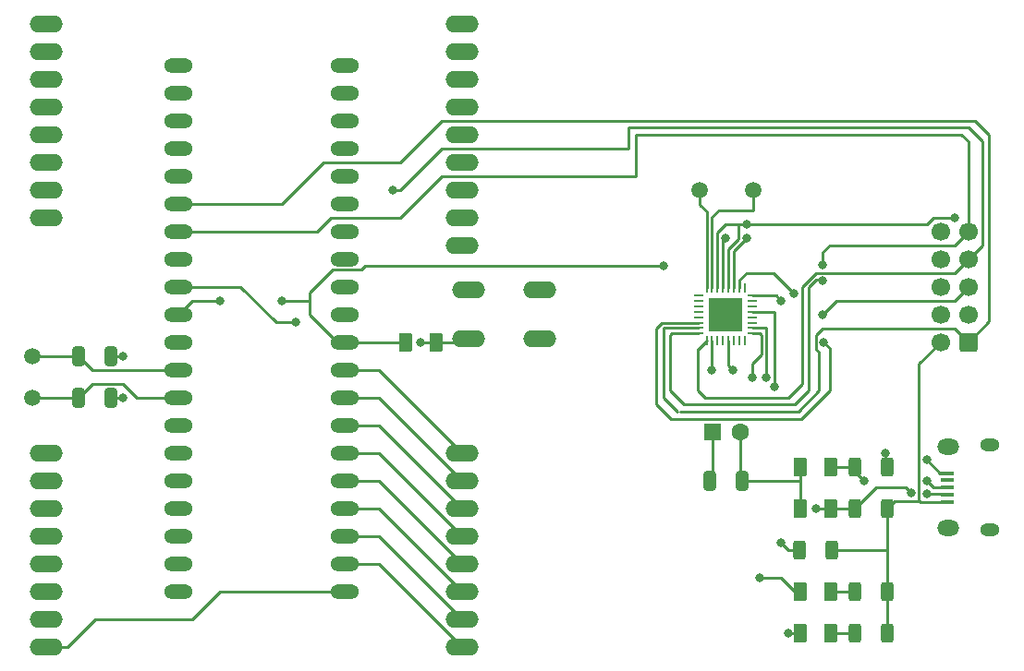
<source format=gbr>
G04 #@! TF.GenerationSoftware,KiCad,Pcbnew,8.0.1*
G04 #@! TF.CreationDate,2024-04-28T19:56:16+02:00*
G04 #@! TF.ProjectId,Atmega16-32 Development Board,41746d65-6761-4313-962d-333220446576,V1.0*
G04 #@! TF.SameCoordinates,PX1e47770PY791ddc0*
G04 #@! TF.FileFunction,Copper,L1,Top*
G04 #@! TF.FilePolarity,Positive*
%FSLAX46Y46*%
G04 Gerber Fmt 4.6, Leading zero omitted, Abs format (unit mm)*
G04 Created by KiCad (PCBNEW 8.0.1) date 2024-04-28 19:56:16*
%MOMM*%
%LPD*%
G01*
G04 APERTURE LIST*
G04 Aperture macros list*
%AMRoundRect*
0 Rectangle with rounded corners*
0 $1 Rounding radius*
0 $2 $3 $4 $5 $6 $7 $8 $9 X,Y pos of 4 corners*
0 Add a 4 corners polygon primitive as box body*
4,1,4,$2,$3,$4,$5,$6,$7,$8,$9,$2,$3,0*
0 Add four circle primitives for the rounded corners*
1,1,$1+$1,$2,$3*
1,1,$1+$1,$4,$5*
1,1,$1+$1,$6,$7*
1,1,$1+$1,$8,$9*
0 Add four rect primitives between the rounded corners*
20,1,$1+$1,$2,$3,$4,$5,0*
20,1,$1+$1,$4,$5,$6,$7,0*
20,1,$1+$1,$6,$7,$8,$9,0*
20,1,$1+$1,$8,$9,$2,$3,0*%
G04 Aperture macros list end*
G04 #@! TA.AperFunction,SMDPad,CuDef*
%ADD10R,1.300000X0.450000*%
G04 #@! TD*
G04 #@! TA.AperFunction,ComponentPad*
%ADD11O,1.800000X1.150000*%
G04 #@! TD*
G04 #@! TA.AperFunction,ComponentPad*
%ADD12O,2.000000X1.450000*%
G04 #@! TD*
G04 #@! TA.AperFunction,SMDPad,CuDef*
%ADD13RoundRect,0.250000X0.325000X0.650000X-0.325000X0.650000X-0.325000X-0.650000X0.325000X-0.650000X0*%
G04 #@! TD*
G04 #@! TA.AperFunction,ComponentPad*
%ADD14O,3.048000X1.524000*%
G04 #@! TD*
G04 #@! TA.AperFunction,SMDPad,CuDef*
%ADD15RoundRect,0.250000X-0.375000X-0.625000X0.375000X-0.625000X0.375000X0.625000X-0.375000X0.625000X0*%
G04 #@! TD*
G04 #@! TA.AperFunction,ComponentPad*
%ADD16R,1.600000X1.600000*%
G04 #@! TD*
G04 #@! TA.AperFunction,ComponentPad*
%ADD17C,1.600000*%
G04 #@! TD*
G04 #@! TA.AperFunction,SMDPad,CuDef*
%ADD18RoundRect,0.250000X0.312500X0.625000X-0.312500X0.625000X-0.312500X-0.625000X0.312500X-0.625000X0*%
G04 #@! TD*
G04 #@! TA.AperFunction,SMDPad,CuDef*
%ADD19RoundRect,0.250000X0.375000X0.625000X-0.375000X0.625000X-0.375000X-0.625000X0.375000X-0.625000X0*%
G04 #@! TD*
G04 #@! TA.AperFunction,SMDPad,CuDef*
%ADD20RoundRect,0.250000X-0.325000X-0.650000X0.325000X-0.650000X0.325000X0.650000X-0.325000X0.650000X0*%
G04 #@! TD*
G04 #@! TA.AperFunction,ComponentPad*
%ADD21RoundRect,0.250000X0.600000X0.600000X-0.600000X0.600000X-0.600000X-0.600000X0.600000X-0.600000X0*%
G04 #@! TD*
G04 #@! TA.AperFunction,ComponentPad*
%ADD22C,1.700000*%
G04 #@! TD*
G04 #@! TA.AperFunction,ComponentPad*
%ADD23C,1.500000*%
G04 #@! TD*
G04 #@! TA.AperFunction,SMDPad,CuDef*
%ADD24RoundRect,0.062500X-0.062500X0.375000X-0.062500X-0.375000X0.062500X-0.375000X0.062500X0.375000X0*%
G04 #@! TD*
G04 #@! TA.AperFunction,SMDPad,CuDef*
%ADD25RoundRect,0.062500X-0.375000X0.062500X-0.375000X-0.062500X0.375000X-0.062500X0.375000X0.062500X0*%
G04 #@! TD*
G04 #@! TA.AperFunction,HeatsinkPad*
%ADD26R,3.100000X3.100000*%
G04 #@! TD*
G04 #@! TA.AperFunction,ComponentPad*
%ADD27O,2.641600X1.320800*%
G04 #@! TD*
G04 #@! TA.AperFunction,SMDPad,CuDef*
%ADD28RoundRect,0.250000X-0.312500X-0.625000X0.312500X-0.625000X0.312500X0.625000X-0.312500X0.625000X0*%
G04 #@! TD*
G04 #@! TA.AperFunction,ViaPad*
%ADD29C,0.800000*%
G04 #@! TD*
G04 #@! TA.AperFunction,Conductor*
%ADD30C,0.250000*%
G04 #@! TD*
G04 APERTURE END LIST*
D10*
X101604651Y20924651D03*
X101604651Y21574651D03*
X101604651Y22224651D03*
X101604651Y22874651D03*
X101604651Y23524651D03*
D11*
X105454651Y18349651D03*
D12*
X101654651Y18499651D03*
X101654651Y25949651D03*
D11*
X105454651Y26099651D03*
D13*
X24970000Y30480000D03*
X22020000Y30480000D03*
D14*
X64211200Y35839400D03*
X57708800Y35839400D03*
X64211200Y40360600D03*
X57708800Y40360600D03*
D15*
X88134651Y8889651D03*
X90934651Y8889651D03*
D16*
X80074538Y27304651D03*
D17*
X82574538Y27304651D03*
D18*
X96077151Y8889651D03*
X93152151Y8889651D03*
D14*
X19050000Y64770000D03*
X19050000Y62230000D03*
X19050000Y59690000D03*
X19050000Y57150000D03*
X19050000Y54610000D03*
X19050000Y52070000D03*
X19050000Y49530000D03*
X19050000Y46990000D03*
D19*
X54740000Y35560000D03*
X51940000Y35560000D03*
D18*
X96077151Y20319651D03*
X93152151Y20319651D03*
D20*
X79804651Y22859651D03*
X82754651Y22859651D03*
D14*
X57150000Y44450000D03*
X57150000Y46990000D03*
X57150000Y49530000D03*
X57150000Y52070000D03*
X57150000Y54610000D03*
X57150000Y57150000D03*
X57150000Y59690000D03*
X57150000Y62230000D03*
X57150000Y64770000D03*
D19*
X90934651Y24129651D03*
X88134651Y24129651D03*
D15*
X88134651Y12699651D03*
X90934651Y12699651D03*
D13*
X24970000Y34290000D03*
X22020000Y34290000D03*
D21*
X103504651Y35559651D03*
D22*
X100964651Y35559651D03*
X103504651Y38099651D03*
X100964651Y38099651D03*
X103504651Y40639651D03*
X100964651Y40639651D03*
X103504651Y43179651D03*
X100964651Y43179651D03*
X103504651Y45719651D03*
X100964651Y45719651D03*
D23*
X78919651Y49529651D03*
X83819651Y49529651D03*
D14*
X57150000Y7620000D03*
X57150000Y10160000D03*
X57150000Y12700000D03*
X57150000Y15240000D03*
X57150000Y17780000D03*
X57150000Y20320000D03*
X57150000Y22860000D03*
X57150000Y25400000D03*
X19050000Y25400000D03*
X19050000Y22860000D03*
X19050000Y20320000D03*
X19050000Y17780000D03*
X19050000Y15240000D03*
X19050000Y12700000D03*
X19050000Y10160000D03*
X19050000Y7620000D03*
D23*
X17780000Y30485000D03*
X17780000Y34285000D03*
D24*
X83029651Y40537151D03*
X82529651Y40537151D03*
X82029651Y40537151D03*
X81529651Y40537151D03*
X81029651Y40537151D03*
X80529651Y40537151D03*
X80029651Y40537151D03*
X79529651Y40537151D03*
D25*
X78842151Y39849651D03*
X78842151Y39349651D03*
X78842151Y38849651D03*
X78842151Y38349651D03*
X78842151Y37849651D03*
X78842151Y37349651D03*
X78842151Y36849651D03*
X78842151Y36349651D03*
D24*
X79529651Y35662151D03*
X80029651Y35662151D03*
X80529651Y35662151D03*
X81029651Y35662151D03*
X81529651Y35662151D03*
X82029651Y35662151D03*
X82529651Y35662151D03*
X83029651Y35662151D03*
D25*
X83717151Y36349651D03*
X83717151Y36849651D03*
X83717151Y37349651D03*
X83717151Y37849651D03*
X83717151Y38349651D03*
X83717151Y38849651D03*
X83717151Y39349651D03*
X83717151Y39849651D03*
D26*
X81279651Y38099651D03*
D18*
X96077151Y12699651D03*
X93152151Y12699651D03*
D27*
X31115000Y60960000D03*
X31115000Y58420000D03*
X31115000Y55880000D03*
X31115000Y53340000D03*
X31115000Y50800000D03*
X31115000Y48260000D03*
X31115000Y45720000D03*
X31115000Y43180000D03*
X31115000Y40640000D03*
X31115000Y38100000D03*
X31115000Y35560000D03*
X31115000Y33020000D03*
X31115000Y30480000D03*
X31115000Y27940000D03*
X31115000Y25400000D03*
X31115000Y22860000D03*
X31115000Y20320000D03*
X31115000Y17780000D03*
X31115000Y15240000D03*
X31115000Y12700000D03*
X46355000Y12700000D03*
X46355000Y15240000D03*
X46355000Y17780000D03*
X46355000Y20320000D03*
X46355000Y22860000D03*
X46355000Y25400000D03*
X46355000Y27940000D03*
X46355000Y30480000D03*
X46355000Y33020000D03*
X46355000Y35560000D03*
X46355000Y38100000D03*
X46355000Y40640000D03*
X46355000Y43180000D03*
X46355000Y45720000D03*
X46355000Y48260000D03*
X46355000Y50800000D03*
X46355000Y53340000D03*
X46355000Y55880000D03*
X46355000Y58420000D03*
X46355000Y60960000D03*
D28*
X93152151Y24129651D03*
X96077151Y24129651D03*
D18*
X90997151Y16509651D03*
X88072151Y16509651D03*
D19*
X90934651Y20319651D03*
X88134651Y20319651D03*
D29*
X50800000Y49530000D03*
X83184651Y45084651D03*
X26035000Y34290000D03*
X99694651Y24764651D03*
X81254651Y45084651D03*
X26035000Y30480000D03*
X81914651Y33019651D03*
X90169651Y41184651D03*
X90169651Y42634651D03*
X83184651Y46354651D03*
X80009651Y33019651D03*
X34925000Y39370000D03*
X102234651Y46989651D03*
X40640000Y39370000D03*
X75565000Y42545000D03*
X53340000Y35560000D03*
X41910000Y37375000D03*
X90259651Y35559651D03*
X90169651Y38099651D03*
X83730000Y32294651D03*
X84365000Y13970000D03*
X86995000Y8890000D03*
X85000000Y32319651D03*
X99694651Y22859651D03*
X93979651Y22859651D03*
X89534651Y20319651D03*
X98244651Y21769651D03*
X99694651Y21649651D03*
X86359651Y17144651D03*
X85725000Y31499651D03*
X86359651Y39369651D03*
X95884651Y25399651D03*
X87539651Y40004651D03*
D30*
X88356802Y28668198D02*
X88171802Y28483198D01*
X88171802Y28483198D02*
X76291104Y28483198D01*
X76291104Y28483198D02*
X74929651Y29844651D01*
X74929651Y29844651D02*
X74929651Y36829651D01*
X74929651Y36829651D02*
X75449651Y37349651D01*
X75449651Y37349651D02*
X78842151Y37349651D01*
X49530000Y33020000D02*
X46355000Y33020000D01*
X57150000Y25400000D02*
X49530000Y33020000D01*
X49530000Y30480000D02*
X46355000Y30480000D01*
X57150000Y22860000D02*
X49530000Y30480000D01*
X49530000Y27940000D02*
X46355000Y27940000D01*
X57150000Y20320000D02*
X49530000Y27940000D01*
X49530000Y25400000D02*
X46355000Y25400000D01*
X57150000Y17780000D02*
X49530000Y25400000D01*
X49530000Y22860000D02*
X46355000Y22860000D01*
X57150000Y15240000D02*
X49530000Y22860000D01*
X97789651Y22224651D02*
X98244651Y21769651D01*
X95057151Y22224651D02*
X97789651Y22224651D01*
X93152151Y20319651D02*
X95057151Y22224651D01*
X49530000Y20320000D02*
X46355000Y20320000D01*
X57150000Y12700000D02*
X49530000Y20320000D01*
X103504651Y43179651D02*
X104774651Y44449651D01*
X88264651Y40639651D02*
X89534651Y41909651D01*
X78792151Y34924651D02*
X78739651Y34924651D01*
X55245000Y53340000D02*
X51435000Y49530000D01*
X72390000Y55245000D02*
X72390000Y53340000D01*
X88264651Y31749302D02*
X88264651Y40639651D01*
X104775000Y46355000D02*
X104775000Y53975000D01*
X79374651Y30479651D02*
X86995000Y30479651D01*
X104775000Y53975000D02*
X103505000Y55245000D01*
X51435000Y49530000D02*
X50800000Y49530000D01*
X79529651Y35662151D02*
X78792151Y34924651D01*
X72390000Y53340000D02*
X55245000Y53340000D01*
X104774651Y44449651D02*
X104774651Y46354651D01*
X89534651Y41909651D02*
X102234651Y41909651D01*
X86995000Y30479651D02*
X88264651Y31749302D01*
X102234651Y41909651D02*
X103504651Y43179651D01*
X104774651Y46354651D02*
X104775000Y46355000D01*
X78739651Y31114651D02*
X79374651Y30479651D01*
X103505000Y55245000D02*
X72390000Y55245000D01*
X78739651Y34924651D02*
X78739651Y31114651D01*
X88134651Y20319651D02*
X88134651Y22859651D01*
X82017151Y40537151D02*
X81979651Y40574651D01*
X24970000Y34290000D02*
X26035000Y34290000D01*
X82754651Y22859651D02*
X88134651Y22859651D01*
X24970000Y30480000D02*
X26035000Y30480000D01*
X82574538Y23039764D02*
X82754651Y22859651D01*
X83184651Y45083255D02*
X81980349Y43878953D01*
X82029651Y40537151D02*
X82017151Y40537151D01*
X83184651Y45084651D02*
X83184651Y45083255D01*
X88134651Y22859651D02*
X88134651Y24129651D01*
X81979651Y40574651D02*
X81979651Y43879651D01*
X81029651Y40537151D02*
X81029651Y44859651D01*
X81529651Y33404651D02*
X81914651Y33019651D01*
X88134651Y24169651D02*
X88134651Y24129651D01*
X81529651Y35662151D02*
X81529651Y33404651D01*
X81029651Y44859651D02*
X81254651Y45084651D01*
X100934651Y23524651D02*
X99694651Y24764651D01*
X82754651Y27124538D02*
X82574538Y27304651D01*
X101604651Y23524651D02*
X100934651Y23524651D01*
X82574538Y27304651D02*
X82574538Y23039764D01*
X17780000Y34285000D02*
X22015000Y34285000D01*
X22015000Y34285000D02*
X22020000Y34290000D01*
X31115000Y33020000D02*
X23290000Y33020000D01*
X23290000Y33020000D02*
X22020000Y34290000D01*
X46355000Y15240000D02*
X49530000Y15240000D01*
X49530000Y15240000D02*
X57150000Y7620000D01*
X75586047Y36849651D02*
X78842151Y36849651D01*
X102234651Y36829651D02*
X103504651Y35559651D01*
X75564651Y36828255D02*
X75586047Y36849651D01*
X75564651Y30479651D02*
X75564651Y36828255D01*
X87947500Y29209651D02*
X89852500Y31114651D01*
X40640000Y48260000D02*
X44450000Y52070000D01*
X77152500Y29209651D02*
X87947500Y29209651D01*
X76834651Y29209651D02*
X75564651Y30479651D01*
X44450000Y52070000D02*
X51435000Y52070000D01*
X89852500Y34607500D02*
X89535000Y34925000D01*
X31115000Y48260000D02*
X40640000Y48260000D01*
X89852500Y31114651D02*
X89852500Y34607500D01*
X105409651Y37464651D02*
X103504651Y35559651D01*
X51435000Y52070000D02*
X55245000Y55880000D01*
X105409651Y54610349D02*
X105409651Y37464651D01*
X90169651Y36829651D02*
X102234651Y36829651D01*
X104140000Y55880000D02*
X105409651Y54610349D01*
X55245000Y55880000D02*
X104140000Y55880000D01*
X89535000Y34925000D02*
X89535000Y36195000D01*
X89535000Y36195000D02*
X90169651Y36829651D01*
X90169651Y43814651D02*
X90804651Y44449651D01*
X89536047Y41274651D02*
X90169651Y41274651D01*
X76199651Y36194651D02*
X76199651Y31114651D01*
X102234651Y44449651D02*
X103504651Y45719651D01*
X103504651Y53975349D02*
X103504651Y45719651D01*
X88900349Y31115349D02*
X88900349Y40638953D01*
X45085000Y46990000D02*
X51435000Y46990000D01*
X73025000Y54610000D02*
X102870000Y54610000D01*
X76199651Y31114651D02*
X77469651Y29844651D01*
X90804651Y44449651D02*
X102234651Y44449651D01*
X76354651Y36349651D02*
X76199651Y36194651D01*
X31115000Y45720000D02*
X43815000Y45720000D01*
X77469651Y29844651D02*
X87629651Y29844651D01*
X102870000Y54610000D02*
X103504651Y53975349D01*
X90169651Y41274651D02*
X90169651Y41184651D01*
X51435000Y46990000D02*
X55245000Y50800000D01*
X73025000Y50800000D02*
X73025000Y54610000D01*
X55245000Y50800000D02*
X73025000Y50800000D01*
X88900349Y31115349D02*
X87629651Y29844651D01*
X78842151Y36349651D02*
X76354651Y36349651D01*
X88900349Y40638953D02*
X89536047Y41274651D01*
X43815000Y45720000D02*
X45085000Y46990000D01*
X90169651Y42634651D02*
X90169651Y43814651D01*
X99089651Y20924651D02*
X99059651Y20954651D01*
X81529651Y44066047D02*
X82459651Y44996047D01*
X96077151Y20319651D02*
X96712151Y20954651D01*
X100329651Y46989651D02*
X102234651Y46989651D01*
X81279651Y46354651D02*
X82549651Y46354651D01*
X43180000Y40088166D02*
X45286434Y42194600D01*
X80529651Y45604651D02*
X81279651Y46354651D01*
X99694651Y46354651D02*
X100329651Y46989651D01*
X43180000Y39370000D02*
X43180000Y40088166D01*
X32385000Y39370000D02*
X34925000Y39370000D01*
X96077151Y16509651D02*
X96077151Y12699651D01*
X83184651Y46354651D02*
X82550000Y46354651D01*
X48260000Y42545000D02*
X75565000Y42545000D01*
X96077151Y12699651D02*
X96077151Y8889651D01*
X46355000Y35560000D02*
X45720000Y35560000D01*
X96712151Y20954651D02*
X99059651Y20954651D01*
X80074538Y27304651D02*
X80074538Y23129538D01*
X81529651Y40537151D02*
X81529651Y44066047D01*
X82550000Y46354651D02*
X82549651Y46354651D01*
X45720000Y35560000D02*
X43180000Y38100000D01*
X83184651Y46354651D02*
X99694651Y46354651D01*
X80074538Y23129538D02*
X79804651Y22859651D01*
X80029651Y33039651D02*
X80009651Y33019651D01*
X99059651Y20954651D02*
X98969651Y21044651D01*
X90997151Y16509651D02*
X96077151Y16509651D01*
X82459651Y44996047D02*
X82459651Y46264302D01*
X101604651Y20924651D02*
X99089651Y20924651D01*
X98969651Y33564651D02*
X98969651Y21044651D01*
X45286434Y42194600D02*
X47909600Y42194600D01*
X43180000Y39370000D02*
X40640000Y39370000D01*
X47909600Y42194600D02*
X48260000Y42545000D01*
X80029651Y35662151D02*
X80029651Y33039651D01*
X82459651Y46264302D02*
X82550000Y46354651D01*
X80529651Y40537151D02*
X80529651Y45604651D01*
X96077151Y20319651D02*
X96077151Y16509651D01*
X43180000Y38100000D02*
X43180000Y39370000D01*
X79804651Y27034764D02*
X80074538Y27304651D01*
X31115000Y38100000D02*
X32385000Y39370000D01*
X51940000Y35560000D02*
X46355000Y35560000D01*
X100964651Y35559651D02*
X98969651Y33564651D01*
X17780000Y30485000D02*
X22015000Y30485000D01*
X31115000Y30480000D02*
X27305000Y30480000D01*
X26035000Y31750000D02*
X23290000Y31750000D01*
X22015000Y30485000D02*
X22020000Y30480000D01*
X23290000Y31750000D02*
X22020000Y30480000D01*
X27305000Y30480000D02*
X26035000Y31750000D01*
X90805000Y31115000D02*
X90805000Y35014302D01*
X54740000Y35560000D02*
X57429400Y35560000D01*
X88358198Y28668198D02*
X90805000Y31115000D01*
X54740000Y35560000D02*
X53340000Y35560000D01*
X64211200Y35839400D02*
X64414400Y35839400D01*
X41910000Y37375000D02*
X40095000Y37375000D01*
X40095000Y37375000D02*
X36830000Y40640000D01*
X102234651Y39369651D02*
X103504651Y40639651D01*
X90169651Y38099651D02*
X91439651Y39369651D01*
X57429400Y35560000D02*
X57708800Y35839400D01*
X91439651Y39369651D02*
X102234651Y39369651D01*
X36830000Y40640000D02*
X31115000Y40640000D01*
X90805000Y35014302D02*
X90259651Y35559651D01*
X23495000Y10160000D02*
X20955000Y7620000D01*
X34925000Y12700000D02*
X32385000Y10160000D01*
X32385000Y10160000D02*
X23495000Y10160000D01*
X46355000Y12700000D02*
X34925000Y12700000D01*
X20955000Y7620000D02*
X19050000Y7620000D01*
X57150000Y10160000D02*
X49530000Y17780000D01*
X49530000Y17780000D02*
X46355000Y17780000D01*
X78919651Y48169651D02*
X78919651Y49529651D01*
X79529651Y47559651D02*
X78919651Y48169651D01*
X79529651Y40537151D02*
X79529651Y47559651D01*
X83819651Y47624651D02*
X83819651Y49529651D01*
X80644651Y47624651D02*
X83819651Y47624651D01*
X80029651Y40537151D02*
X80029651Y47009651D01*
X80029651Y47009651D02*
X80644651Y47624651D01*
X84420000Y36349651D02*
X83717151Y36349651D01*
X87630349Y12699651D02*
X88134651Y12699651D01*
X83730000Y32294651D02*
X83730000Y33565000D01*
X83730000Y33565000D02*
X84574651Y34409651D01*
X86360000Y13970000D02*
X87630349Y12699651D01*
X84574651Y36195000D02*
X84420000Y36349651D01*
X84365000Y13970000D02*
X86360000Y13970000D01*
X84574651Y34409651D02*
X84574651Y36195000D01*
X93152151Y12699651D02*
X90934651Y12699651D01*
X88134651Y8889651D02*
X86995349Y8889651D01*
X86995349Y8889651D02*
X86995000Y8890000D01*
X85024651Y36849651D02*
X83717151Y36849651D01*
X85000000Y32319651D02*
X85024651Y32344302D01*
X85024651Y32344302D02*
X85024651Y36849651D01*
X93152151Y8889651D02*
X90934651Y8889651D01*
X93152151Y23687151D02*
X93979651Y22859651D01*
X101604651Y22224651D02*
X100329651Y22224651D01*
X100329651Y22224651D02*
X99694651Y22859651D01*
X90934651Y24129651D02*
X93152151Y24129651D01*
X93152151Y24129651D02*
X93152151Y23687151D01*
X90934651Y20319651D02*
X93152151Y20319651D01*
X89534651Y20319651D02*
X90934651Y20319651D01*
X101529651Y21649651D02*
X101604651Y21574651D01*
X99694651Y21649651D02*
X101529651Y21649651D01*
X86359651Y17144651D02*
X86994651Y16509651D01*
X88072151Y16509651D02*
X86994651Y16509651D01*
X85725000Y38349651D02*
X83717151Y38349651D01*
X85725000Y31499651D02*
X85725000Y38349651D01*
X85879651Y39849651D02*
X86359651Y39369651D01*
X83717151Y39849651D02*
X85879651Y39849651D01*
X83184651Y41909651D02*
X82529651Y41254651D01*
X87539651Y40004651D02*
X85634651Y41909651D01*
X85634651Y41909651D02*
X83184651Y41909651D01*
X95884651Y24322151D02*
X96077151Y24129651D01*
X95884651Y25399651D02*
X95884651Y24322151D01*
X82529651Y41254651D02*
X82529651Y40537151D01*
M02*

</source>
